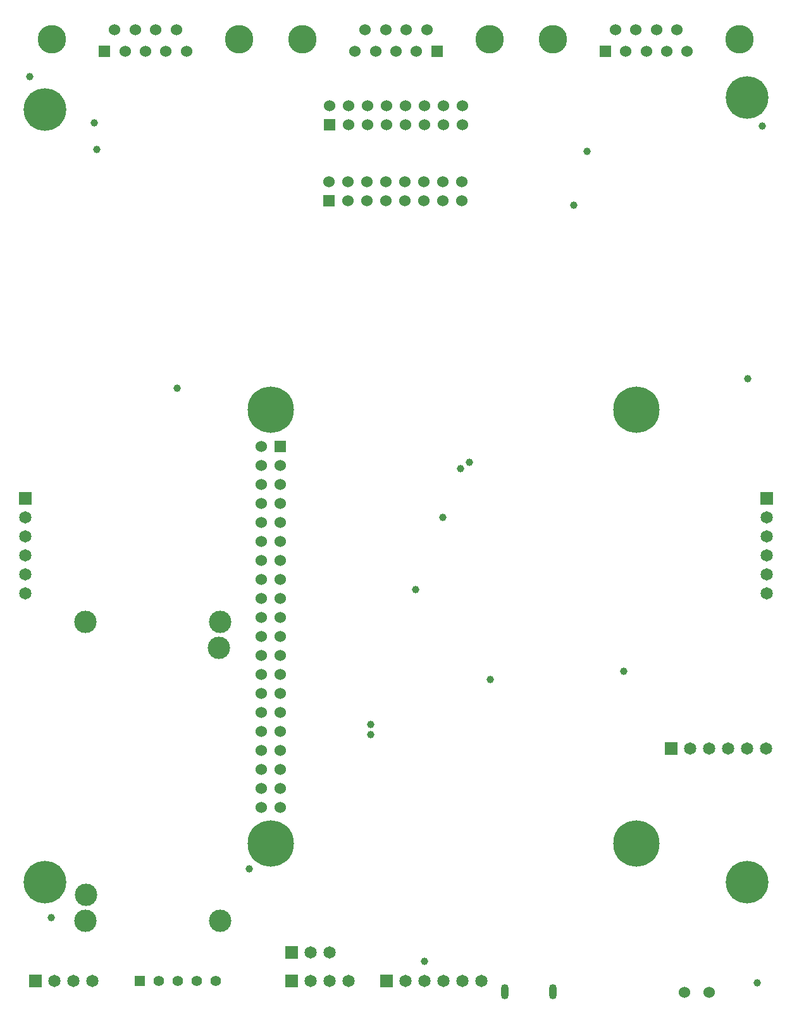
<source format=gbs>
G04 #@! TF.FileFunction,Soldermask,Bot*
%FSLAX46Y46*%
G04 Gerber Fmt 4.6, Leading zero omitted, Abs format (unit mm)*
G04 Created by KiCad (PCBNEW 4.0.6) date Sunday, November 05, 2017 'PMt' 08:57:24 PM*
%MOMM*%
%LPD*%
G01*
G04 APERTURE LIST*
%ADD10C,0.100000*%
%ADD11R,1.524000X1.524000*%
%ADD12C,1.524000*%
%ADD13C,1.000760*%
%ADD14C,5.699760*%
%ADD15C,3.000000*%
%ADD16C,3.810000*%
%ADD17R,1.397000X1.397000*%
%ADD18C,1.397000*%
%ADD19C,6.200000*%
%ADD20R,1.651000X1.651000*%
%ADD21C,1.651000*%
%ADD22O,1.016000X2.032000*%
G04 APERTURE END LIST*
D10*
D11*
X99060000Y-51910000D03*
D12*
X99060000Y-49370000D03*
X101600000Y-51910000D03*
X101600000Y-49370000D03*
X104140000Y-51910000D03*
X104140000Y-49370000D03*
X106680000Y-51910000D03*
X106680000Y-49370000D03*
X109220000Y-51910000D03*
X109220000Y-49370000D03*
X111760000Y-51910000D03*
X111760000Y-49370000D03*
X114300000Y-51910000D03*
X114300000Y-49370000D03*
X116840000Y-51910000D03*
X116840000Y-49370000D03*
D13*
X131750000Y-62640000D03*
X67524000Y-51662000D03*
D14*
X60960000Y-49880000D03*
X154940000Y-48260000D03*
X154953000Y-153162000D03*
X60960000Y-153162000D03*
D13*
X88275000Y-151390000D03*
X104600000Y-133415000D03*
D15*
X66375000Y-118340000D03*
X66375000Y-158340000D03*
X84375000Y-118340000D03*
X84375000Y-158340000D03*
X84265000Y-121830000D03*
X66485000Y-154850000D03*
D11*
X98960000Y-62110000D03*
D12*
X98960000Y-59570000D03*
X101500000Y-62110000D03*
X101500000Y-59570000D03*
X104040000Y-62110000D03*
X104040000Y-59570000D03*
X106580000Y-62110000D03*
X106580000Y-59570000D03*
X109120000Y-62110000D03*
X109120000Y-59570000D03*
X111660000Y-62110000D03*
X111660000Y-59570000D03*
X114200000Y-62110000D03*
X114200000Y-59570000D03*
X116740000Y-62110000D03*
X116740000Y-59570000D03*
D13*
X120525000Y-126065000D03*
X138437500Y-125002500D03*
D12*
X78532000Y-39220000D03*
X75792000Y-39220000D03*
X73052000Y-39220000D03*
X70312000Y-39220000D03*
X79902000Y-42060000D03*
X77162000Y-42060000D03*
X74422000Y-42060000D03*
X71682000Y-42060000D03*
D11*
X68942000Y-42060000D03*
D16*
X61927000Y-40490000D03*
X86917000Y-40490000D03*
X153945000Y-40490000D03*
X128955000Y-40490000D03*
D11*
X135970000Y-42060000D03*
D12*
X138710000Y-42060000D03*
X141450000Y-42060000D03*
X144190000Y-42060000D03*
X146930000Y-42060000D03*
X137340000Y-39220000D03*
X140080000Y-39220000D03*
X142820000Y-39220000D03*
X145560000Y-39220000D03*
D13*
X104525000Y-132090000D03*
D16*
X120445000Y-40490000D03*
X95455000Y-40490000D03*
D12*
X102470000Y-42060000D03*
X105210000Y-42060000D03*
X107950000Y-42060000D03*
X110690000Y-42060000D03*
D11*
X113430000Y-42060000D03*
D12*
X103840000Y-39220000D03*
X106580000Y-39220000D03*
X109320000Y-39220000D03*
X112060000Y-39220000D03*
D17*
X73660000Y-166370000D03*
D18*
X76200000Y-166370000D03*
X78740000Y-166370000D03*
X81280000Y-166370000D03*
X83820000Y-166370000D03*
D13*
X114250000Y-104390000D03*
X116600000Y-97890000D03*
X117750000Y-97065000D03*
X111775000Y-163790000D03*
X110537500Y-114102500D03*
D11*
X92420000Y-94910000D03*
D12*
X89880000Y-94910000D03*
X92420000Y-107610000D03*
X89880000Y-97450000D03*
X92420000Y-110150000D03*
X89880000Y-99990000D03*
X92420000Y-112690000D03*
X89880000Y-102530000D03*
X92420000Y-115230000D03*
X89880000Y-105070000D03*
X92420000Y-117770000D03*
X89880000Y-107610000D03*
X92420000Y-120310000D03*
X89880000Y-110150000D03*
X92420000Y-122850000D03*
X89880000Y-112690000D03*
X92420000Y-125390000D03*
X89880000Y-115230000D03*
X92420000Y-127930000D03*
X89880000Y-117770000D03*
X92420000Y-130470000D03*
X89880000Y-120310000D03*
X92420000Y-133010000D03*
X89880000Y-122850000D03*
X89880000Y-125390000D03*
X92420000Y-135550000D03*
X89880000Y-127930000D03*
X89880000Y-133010000D03*
X89880000Y-135550000D03*
X89880000Y-138090000D03*
X89880000Y-140630000D03*
X92420000Y-138090000D03*
X92420000Y-140630000D03*
X92420000Y-97450000D03*
X92420000Y-99990000D03*
X92420000Y-102530000D03*
X92420000Y-105070000D03*
X92420000Y-143170000D03*
X89880000Y-143170000D03*
X89880000Y-130470000D03*
D19*
X91150000Y-90040000D03*
X91150000Y-148040000D03*
X140150000Y-90040000D03*
X140150000Y-148040000D03*
D13*
X58950000Y-45490000D03*
X156975000Y-52090000D03*
X61850000Y-157940000D03*
X156275000Y-166665000D03*
D12*
X146550000Y-167940000D03*
X149850000Y-167940000D03*
D20*
X58300000Y-101840000D03*
D21*
X58300000Y-104380000D03*
X58300000Y-106920000D03*
X58300000Y-109460000D03*
X58300000Y-112000000D03*
X58300000Y-114540000D03*
X157600000Y-114540000D03*
X157600000Y-112000000D03*
X157600000Y-109460000D03*
X157600000Y-106920000D03*
X157600000Y-104380000D03*
D20*
X157600000Y-101840000D03*
X93960000Y-162540000D03*
D21*
X96500000Y-162540000D03*
X99040000Y-162540000D03*
X67310000Y-166390000D03*
X64770000Y-166390000D03*
X62230000Y-166390000D03*
D20*
X59690000Y-166390000D03*
D21*
X157500000Y-135340000D03*
X154960000Y-135340000D03*
X152420000Y-135340000D03*
X149880000Y-135340000D03*
X147340000Y-135340000D03*
D20*
X144800000Y-135340000D03*
X106700000Y-166390000D03*
D21*
X109240000Y-166390000D03*
X111780000Y-166390000D03*
X114320000Y-166390000D03*
X116860000Y-166390000D03*
X119400000Y-166390000D03*
D20*
X93990000Y-166390000D03*
D21*
X96530000Y-166390000D03*
X99070000Y-166390000D03*
X101610000Y-166390000D03*
D22*
X122524200Y-167865000D03*
X128975800Y-167865000D03*
D13*
X67900000Y-55240000D03*
X78650000Y-87140000D03*
X133500000Y-55490000D03*
X155000000Y-85890000D03*
M02*

</source>
